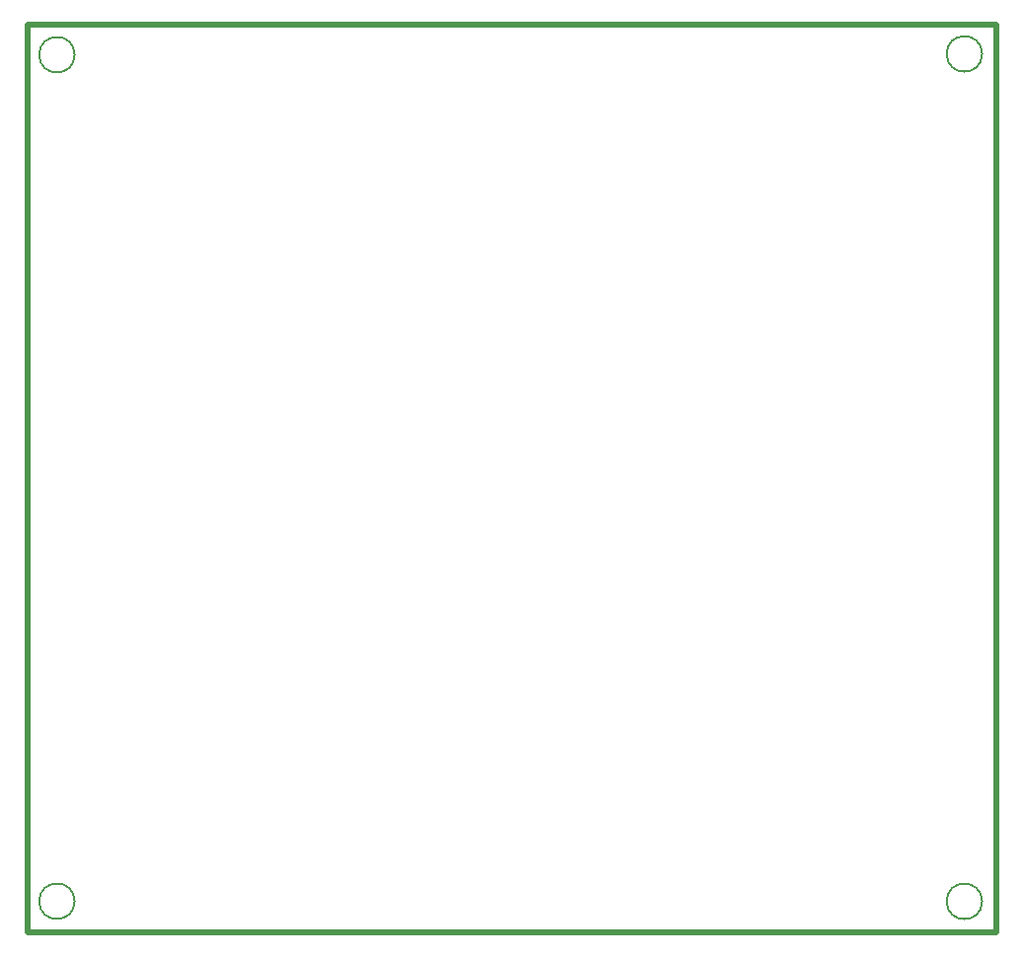
<source format=gm1>
%TF.GenerationSoftware,KiCad,Pcbnew,7.0.2-6a45011f42~172~ubuntu22.10.1*%
%TF.CreationDate,2023-05-26T16:24:23+05:00*%
%TF.ProjectId,IOTV,494f5456-2e6b-4696-9361-645f70636258,rev?*%
%TF.SameCoordinates,Original*%
%TF.FileFunction,Profile,NP*%
%FSLAX46Y46*%
G04 Gerber Fmt 4.6, Leading zero omitted, Abs format (unit mm)*
G04 Created by KiCad (PCBNEW 7.0.2-6a45011f42~172~ubuntu22.10.1) date 2023-05-26 16:24:23*
%MOMM*%
%LPD*%
G01*
G04 APERTURE LIST*
%TA.AperFunction,Profile*%
%ADD10C,0.150000*%
%TD*%
%TA.AperFunction,Profile*%
%ADD11C,0.500000*%
%TD*%
G04 APERTURE END LIST*
D10*
X105664000Y-123444000D02*
G75*
G03*
X105664000Y-123444000I-1524000J0D01*
G01*
D11*
X101600000Y-48260000D02*
X184694000Y-48260000D01*
X184694000Y-126104000D01*
X101600000Y-126104000D01*
X101600000Y-48260000D01*
D10*
X105664000Y-50800000D02*
G75*
G03*
X105664000Y-50800000I-1524000J0D01*
G01*
X183468000Y-123454000D02*
G75*
G03*
X183468000Y-123454000I-1524000J0D01*
G01*
X183468000Y-50728000D02*
G75*
G03*
X183468000Y-50728000I-1524000J0D01*
G01*
M02*

</source>
